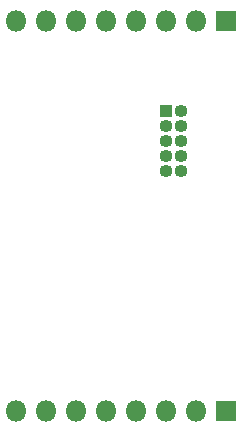
<source format=gbr>
%TF.GenerationSoftware,KiCad,Pcbnew,(5.1.6)-1*%
%TF.CreationDate,2020-11-21T10:09:12-08:00*%
%TF.ProjectId,SoftTakeover,536f6674-5461-46b6-956f-7665722e6b69,rev?*%
%TF.SameCoordinates,Original*%
%TF.FileFunction,Soldermask,Bot*%
%TF.FilePolarity,Negative*%
%FSLAX46Y46*%
G04 Gerber Fmt 4.6, Leading zero omitted, Abs format (unit mm)*
G04 Created by KiCad (PCBNEW (5.1.6)-1) date 2020-11-21 10:09:12*
%MOMM*%
%LPD*%
G01*
G04 APERTURE LIST*
%ADD10O,1.800000X1.800000*%
%ADD11R,1.800000X1.800000*%
%ADD12R,1.100000X1.100000*%
%ADD13O,1.100000X1.100000*%
G04 APERTURE END LIST*
D10*
%TO.C,J1*%
X126365000Y-86360000D03*
X128905000Y-86360000D03*
X131445000Y-86360000D03*
X133985000Y-86360000D03*
X136525000Y-86360000D03*
X139065000Y-86360000D03*
X141605000Y-86360000D03*
D11*
X144145000Y-86360000D03*
%TD*%
D12*
%TO.C,J3*%
X139065000Y-93980000D03*
D13*
X140335000Y-93980000D03*
X139065000Y-95250000D03*
X140335000Y-95250000D03*
X139065000Y-96520000D03*
X140335000Y-96520000D03*
X139065000Y-97790000D03*
X140335000Y-97790000D03*
X139065000Y-99060000D03*
X140335000Y-99060000D03*
%TD*%
D10*
%TO.C,J2*%
X126365000Y-119380000D03*
X128905000Y-119380000D03*
X131445000Y-119380000D03*
X133985000Y-119380000D03*
X136525000Y-119380000D03*
X139065000Y-119380000D03*
X141605000Y-119380000D03*
D11*
X144145000Y-119380000D03*
%TD*%
M02*

</source>
